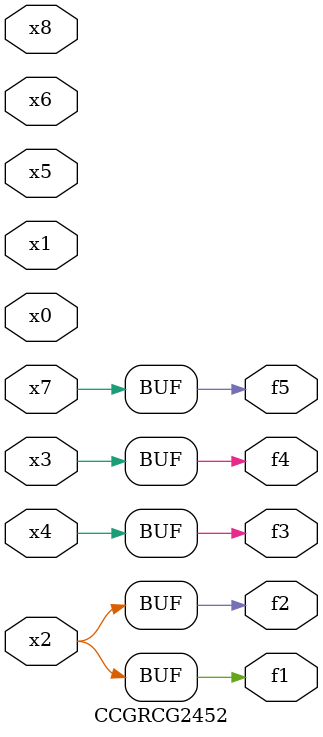
<source format=v>
module CCGRCG2452(
	input x0, x1, x2, x3, x4, x5, x6, x7, x8,
	output f1, f2, f3, f4, f5
);
	assign f1 = x2;
	assign f2 = x2;
	assign f3 = x4;
	assign f4 = x3;
	assign f5 = x7;
endmodule

</source>
